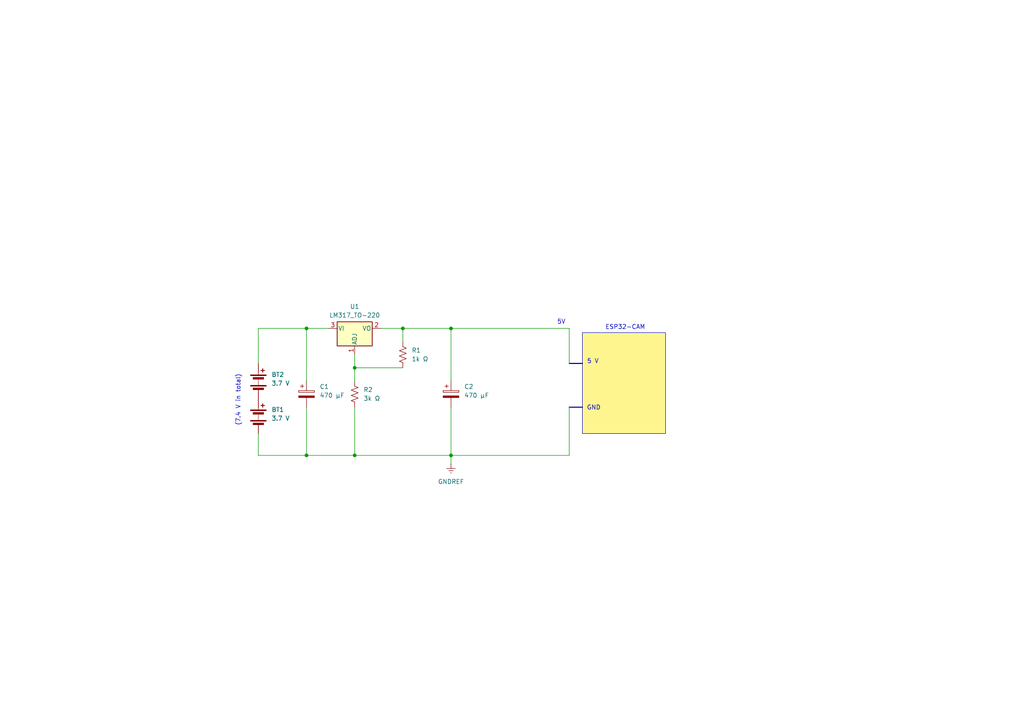
<source format=kicad_sch>
(kicad_sch
	(version 20231120)
	(generator "eeschema")
	(generator_version "8.0")
	(uuid "c9ef2315-24a8-4c50-bb7e-d1e70e5a9432")
	(paper "A4")
	(lib_symbols
		(symbol "Device:Battery"
			(pin_numbers hide)
			(pin_names
				(offset 0) hide)
			(exclude_from_sim no)
			(in_bom yes)
			(on_board yes)
			(property "Reference" "BT"
				(at 2.54 2.54 0)
				(effects
					(font
						(size 1.27 1.27)
					)
					(justify left)
				)
			)
			(property "Value" "Battery"
				(at 2.54 0 0)
				(effects
					(font
						(size 1.27 1.27)
					)
					(justify left)
				)
			)
			(property "Footprint" ""
				(at 0 1.524 90)
				(effects
					(font
						(size 1.27 1.27)
					)
					(hide yes)
				)
			)
			(property "Datasheet" "~"
				(at 0 1.524 90)
				(effects
					(font
						(size 1.27 1.27)
					)
					(hide yes)
				)
			)
			(property "Description" "Multiple-cell battery"
				(at 0 0 0)
				(effects
					(font
						(size 1.27 1.27)
					)
					(hide yes)
				)
			)
			(property "ki_keywords" "batt voltage-source cell"
				(at 0 0 0)
				(effects
					(font
						(size 1.27 1.27)
					)
					(hide yes)
				)
			)
			(symbol "Battery_0_1"
				(rectangle
					(start -2.286 -1.27)
					(end 2.286 -1.524)
					(stroke
						(width 0)
						(type default)
					)
					(fill
						(type outline)
					)
				)
				(rectangle
					(start -2.286 1.778)
					(end 2.286 1.524)
					(stroke
						(width 0)
						(type default)
					)
					(fill
						(type outline)
					)
				)
				(rectangle
					(start -1.524 -2.032)
					(end 1.524 -2.54)
					(stroke
						(width 0)
						(type default)
					)
					(fill
						(type outline)
					)
				)
				(rectangle
					(start -1.524 1.016)
					(end 1.524 0.508)
					(stroke
						(width 0)
						(type default)
					)
					(fill
						(type outline)
					)
				)
				(polyline
					(pts
						(xy 0 -1.016) (xy 0 -0.762)
					)
					(stroke
						(width 0)
						(type default)
					)
					(fill
						(type none)
					)
				)
				(polyline
					(pts
						(xy 0 -0.508) (xy 0 -0.254)
					)
					(stroke
						(width 0)
						(type default)
					)
					(fill
						(type none)
					)
				)
				(polyline
					(pts
						(xy 0 0) (xy 0 0.254)
					)
					(stroke
						(width 0)
						(type default)
					)
					(fill
						(type none)
					)
				)
				(polyline
					(pts
						(xy 0 1.778) (xy 0 2.54)
					)
					(stroke
						(width 0)
						(type default)
					)
					(fill
						(type none)
					)
				)
				(polyline
					(pts
						(xy 0.762 3.048) (xy 1.778 3.048)
					)
					(stroke
						(width 0.254)
						(type default)
					)
					(fill
						(type none)
					)
				)
				(polyline
					(pts
						(xy 1.27 3.556) (xy 1.27 2.54)
					)
					(stroke
						(width 0.254)
						(type default)
					)
					(fill
						(type none)
					)
				)
			)
			(symbol "Battery_1_1"
				(pin passive line
					(at 0 5.08 270)
					(length 2.54)
					(name "+"
						(effects
							(font
								(size 1.27 1.27)
							)
						)
					)
					(number "1"
						(effects
							(font
								(size 1.27 1.27)
							)
						)
					)
				)
				(pin passive line
					(at 0 -5.08 90)
					(length 2.54)
					(name "-"
						(effects
							(font
								(size 1.27 1.27)
							)
						)
					)
					(number "2"
						(effects
							(font
								(size 1.27 1.27)
							)
						)
					)
				)
			)
		)
		(symbol "Device:C_Polarized"
			(pin_numbers hide)
			(pin_names
				(offset 0.254)
			)
			(exclude_from_sim no)
			(in_bom yes)
			(on_board yes)
			(property "Reference" "C"
				(at 0.635 2.54 0)
				(effects
					(font
						(size 1.27 1.27)
					)
					(justify left)
				)
			)
			(property "Value" "C_Polarized"
				(at 0.635 -2.54 0)
				(effects
					(font
						(size 1.27 1.27)
					)
					(justify left)
				)
			)
			(property "Footprint" ""
				(at 0.9652 -3.81 0)
				(effects
					(font
						(size 1.27 1.27)
					)
					(hide yes)
				)
			)
			(property "Datasheet" "~"
				(at 0 0 0)
				(effects
					(font
						(size 1.27 1.27)
					)
					(hide yes)
				)
			)
			(property "Description" "Polarized capacitor"
				(at 0 0 0)
				(effects
					(font
						(size 1.27 1.27)
					)
					(hide yes)
				)
			)
			(property "ki_keywords" "cap capacitor"
				(at 0 0 0)
				(effects
					(font
						(size 1.27 1.27)
					)
					(hide yes)
				)
			)
			(property "ki_fp_filters" "CP_*"
				(at 0 0 0)
				(effects
					(font
						(size 1.27 1.27)
					)
					(hide yes)
				)
			)
			(symbol "C_Polarized_0_1"
				(rectangle
					(start -2.286 0.508)
					(end 2.286 1.016)
					(stroke
						(width 0)
						(type default)
					)
					(fill
						(type none)
					)
				)
				(polyline
					(pts
						(xy -1.778 2.286) (xy -0.762 2.286)
					)
					(stroke
						(width 0)
						(type default)
					)
					(fill
						(type none)
					)
				)
				(polyline
					(pts
						(xy -1.27 2.794) (xy -1.27 1.778)
					)
					(stroke
						(width 0)
						(type default)
					)
					(fill
						(type none)
					)
				)
				(rectangle
					(start 2.286 -0.508)
					(end -2.286 -1.016)
					(stroke
						(width 0)
						(type default)
					)
					(fill
						(type outline)
					)
				)
			)
			(symbol "C_Polarized_1_1"
				(pin passive line
					(at 0 3.81 270)
					(length 2.794)
					(name "~"
						(effects
							(font
								(size 1.27 1.27)
							)
						)
					)
					(number "1"
						(effects
							(font
								(size 1.27 1.27)
							)
						)
					)
				)
				(pin passive line
					(at 0 -3.81 90)
					(length 2.794)
					(name "~"
						(effects
							(font
								(size 1.27 1.27)
							)
						)
					)
					(number "2"
						(effects
							(font
								(size 1.27 1.27)
							)
						)
					)
				)
			)
		)
		(symbol "Device:R_US"
			(pin_numbers hide)
			(pin_names
				(offset 0)
			)
			(exclude_from_sim no)
			(in_bom yes)
			(on_board yes)
			(property "Reference" "R"
				(at 2.54 0 90)
				(effects
					(font
						(size 1.27 1.27)
					)
				)
			)
			(property "Value" "R_US"
				(at -2.54 0 90)
				(effects
					(font
						(size 1.27 1.27)
					)
				)
			)
			(property "Footprint" ""
				(at 1.016 -0.254 90)
				(effects
					(font
						(size 1.27 1.27)
					)
					(hide yes)
				)
			)
			(property "Datasheet" "~"
				(at 0 0 0)
				(effects
					(font
						(size 1.27 1.27)
					)
					(hide yes)
				)
			)
			(property "Description" "Resistor, US symbol"
				(at 0 0 0)
				(effects
					(font
						(size 1.27 1.27)
					)
					(hide yes)
				)
			)
			(property "ki_keywords" "R res resistor"
				(at 0 0 0)
				(effects
					(font
						(size 1.27 1.27)
					)
					(hide yes)
				)
			)
			(property "ki_fp_filters" "R_*"
				(at 0 0 0)
				(effects
					(font
						(size 1.27 1.27)
					)
					(hide yes)
				)
			)
			(symbol "R_US_0_1"
				(polyline
					(pts
						(xy 0 -2.286) (xy 0 -2.54)
					)
					(stroke
						(width 0)
						(type default)
					)
					(fill
						(type none)
					)
				)
				(polyline
					(pts
						(xy 0 2.286) (xy 0 2.54)
					)
					(stroke
						(width 0)
						(type default)
					)
					(fill
						(type none)
					)
				)
				(polyline
					(pts
						(xy 0 -0.762) (xy 1.016 -1.143) (xy 0 -1.524) (xy -1.016 -1.905) (xy 0 -2.286)
					)
					(stroke
						(width 0)
						(type default)
					)
					(fill
						(type none)
					)
				)
				(polyline
					(pts
						(xy 0 0.762) (xy 1.016 0.381) (xy 0 0) (xy -1.016 -0.381) (xy 0 -0.762)
					)
					(stroke
						(width 0)
						(type default)
					)
					(fill
						(type none)
					)
				)
				(polyline
					(pts
						(xy 0 2.286) (xy 1.016 1.905) (xy 0 1.524) (xy -1.016 1.143) (xy 0 0.762)
					)
					(stroke
						(width 0)
						(type default)
					)
					(fill
						(type none)
					)
				)
			)
			(symbol "R_US_1_1"
				(pin passive line
					(at 0 3.81 270)
					(length 1.27)
					(name "~"
						(effects
							(font
								(size 1.27 1.27)
							)
						)
					)
					(number "1"
						(effects
							(font
								(size 1.27 1.27)
							)
						)
					)
				)
				(pin passive line
					(at 0 -3.81 90)
					(length 1.27)
					(name "~"
						(effects
							(font
								(size 1.27 1.27)
							)
						)
					)
					(number "2"
						(effects
							(font
								(size 1.27 1.27)
							)
						)
					)
				)
			)
		)
		(symbol "Regulator_Linear:LM317_TO-220"
			(pin_names
				(offset 0.254)
			)
			(exclude_from_sim no)
			(in_bom yes)
			(on_board yes)
			(property "Reference" "U"
				(at -3.81 3.175 0)
				(effects
					(font
						(size 1.27 1.27)
					)
				)
			)
			(property "Value" "LM317_TO-220"
				(at 0 3.175 0)
				(effects
					(font
						(size 1.27 1.27)
					)
					(justify left)
				)
			)
			(property "Footprint" "Package_TO_SOT_THT:TO-220-3_Vertical"
				(at 0 6.35 0)
				(effects
					(font
						(size 1.27 1.27)
						(italic yes)
					)
					(hide yes)
				)
			)
			(property "Datasheet" "http://www.ti.com/lit/ds/symlink/lm317.pdf"
				(at 0 0 0)
				(effects
					(font
						(size 1.27 1.27)
					)
					(hide yes)
				)
			)
			(property "Description" "1.5A 35V Adjustable Linear Regulator, TO-220"
				(at 0 0 0)
				(effects
					(font
						(size 1.27 1.27)
					)
					(hide yes)
				)
			)
			(property "ki_keywords" "Adjustable Voltage Regulator 1A Positive"
				(at 0 0 0)
				(effects
					(font
						(size 1.27 1.27)
					)
					(hide yes)
				)
			)
			(property "ki_fp_filters" "TO?220*"
				(at 0 0 0)
				(effects
					(font
						(size 1.27 1.27)
					)
					(hide yes)
				)
			)
			(symbol "LM317_TO-220_0_1"
				(rectangle
					(start -5.08 1.905)
					(end 5.08 -5.08)
					(stroke
						(width 0.254)
						(type default)
					)
					(fill
						(type background)
					)
				)
			)
			(symbol "LM317_TO-220_1_1"
				(pin input line
					(at 0 -7.62 90)
					(length 2.54)
					(name "ADJ"
						(effects
							(font
								(size 1.27 1.27)
							)
						)
					)
					(number "1"
						(effects
							(font
								(size 1.27 1.27)
							)
						)
					)
				)
				(pin power_out line
					(at 7.62 0 180)
					(length 2.54)
					(name "VO"
						(effects
							(font
								(size 1.27 1.27)
							)
						)
					)
					(number "2"
						(effects
							(font
								(size 1.27 1.27)
							)
						)
					)
				)
				(pin power_in line
					(at -7.62 0 0)
					(length 2.54)
					(name "VI"
						(effects
							(font
								(size 1.27 1.27)
							)
						)
					)
					(number "3"
						(effects
							(font
								(size 1.27 1.27)
							)
						)
					)
				)
			)
		)
		(symbol "power:GNDREF"
			(power)
			(pin_numbers hide)
			(pin_names
				(offset 0) hide)
			(exclude_from_sim no)
			(in_bom yes)
			(on_board yes)
			(property "Reference" "#PWR"
				(at 0 -6.35 0)
				(effects
					(font
						(size 1.27 1.27)
					)
					(hide yes)
				)
			)
			(property "Value" "GNDREF"
				(at 0 -3.81 0)
				(effects
					(font
						(size 1.27 1.27)
					)
				)
			)
			(property "Footprint" ""
				(at 0 0 0)
				(effects
					(font
						(size 1.27 1.27)
					)
					(hide yes)
				)
			)
			(property "Datasheet" ""
				(at 0 0 0)
				(effects
					(font
						(size 1.27 1.27)
					)
					(hide yes)
				)
			)
			(property "Description" "Power symbol creates a global label with name \"GNDREF\" , reference supply ground"
				(at 0 0 0)
				(effects
					(font
						(size 1.27 1.27)
					)
					(hide yes)
				)
			)
			(property "ki_keywords" "global power"
				(at 0 0 0)
				(effects
					(font
						(size 1.27 1.27)
					)
					(hide yes)
				)
			)
			(symbol "GNDREF_0_1"
				(polyline
					(pts
						(xy -0.635 -1.905) (xy 0.635 -1.905)
					)
					(stroke
						(width 0)
						(type default)
					)
					(fill
						(type none)
					)
				)
				(polyline
					(pts
						(xy -0.127 -2.54) (xy 0.127 -2.54)
					)
					(stroke
						(width 0)
						(type default)
					)
					(fill
						(type none)
					)
				)
				(polyline
					(pts
						(xy 0 -1.27) (xy 0 0)
					)
					(stroke
						(width 0)
						(type default)
					)
					(fill
						(type none)
					)
				)
				(polyline
					(pts
						(xy 1.27 -1.27) (xy -1.27 -1.27)
					)
					(stroke
						(width 0)
						(type default)
					)
					(fill
						(type none)
					)
				)
			)
			(symbol "GNDREF_1_1"
				(pin power_in line
					(at 0 0 270)
					(length 0)
					(name "~"
						(effects
							(font
								(size 1.27 1.27)
							)
						)
					)
					(number "1"
						(effects
							(font
								(size 1.27 1.27)
							)
						)
					)
				)
			)
		)
	)
	(junction
		(at 88.9 95.25)
		(diameter 0)
		(color 0 0 0 0)
		(uuid "0653757c-3257-4190-93d3-3346ba55e2a5")
	)
	(junction
		(at 130.81 95.25)
		(diameter 0)
		(color 0 0 0 0)
		(uuid "41a6dbde-9389-48bd-adbf-6f4ab139525c")
	)
	(junction
		(at 88.9 132.08)
		(diameter 0)
		(color 0 0 0 0)
		(uuid "5fccc811-d347-4f75-b58f-1646aa15f4f6")
	)
	(junction
		(at 102.87 132.08)
		(diameter 0)
		(color 0 0 0 0)
		(uuid "9883df24-361f-4234-8f7a-12c95baee454")
	)
	(junction
		(at 116.84 95.25)
		(diameter 0)
		(color 0 0 0 0)
		(uuid "b9a2b7df-98fd-42ab-ac0b-6bf179e66a4e")
	)
	(junction
		(at 102.87 106.68)
		(diameter 0)
		(color 0 0 0 0)
		(uuid "bc7acf46-adc2-43e5-a6c8-71856b44f678")
	)
	(junction
		(at 130.81 132.08)
		(diameter 0)
		(color 0 0 0 0)
		(uuid "ee3497cd-fcb9-4f78-a1b1-8cf4504403a3")
	)
	(wire
		(pts
			(xy 102.87 118.11) (xy 102.87 132.08)
		)
		(stroke
			(width 0)
			(type default)
		)
		(uuid "142353e9-2898-4aab-8901-d13e0bcb1504")
	)
	(wire
		(pts
			(xy 110.49 95.25) (xy 116.84 95.25)
		)
		(stroke
			(width 0)
			(type default)
		)
		(uuid "2273427f-b29c-472f-b39b-59f09fbcd590")
	)
	(wire
		(pts
			(xy 165.1 118.11) (xy 165.1 132.08)
		)
		(stroke
			(width 0)
			(type default)
		)
		(uuid "30c19b4e-ddd2-45f4-9290-2f4d0d91f12a")
	)
	(wire
		(pts
			(xy 74.93 125.73) (xy 74.93 132.08)
		)
		(stroke
			(width 0)
			(type default)
		)
		(uuid "310ad29e-4da7-44f2-83fe-a0abae2da0f7")
	)
	(wire
		(pts
			(xy 165.1 95.25) (xy 130.81 95.25)
		)
		(stroke
			(width 0)
			(type default)
		)
		(uuid "4328bbc5-4bb7-4fd5-b466-e5b993b7e818")
	)
	(wire
		(pts
			(xy 88.9 95.25) (xy 88.9 110.49)
		)
		(stroke
			(width 0)
			(type default)
		)
		(uuid "483928ab-d4a5-43e8-b48d-416a75dca91e")
	)
	(wire
		(pts
			(xy 74.93 105.41) (xy 74.93 95.25)
		)
		(stroke
			(width 0)
			(type default)
		)
		(uuid "4a5e6cac-06c3-4a78-bb31-b9148bb6afe7")
	)
	(bus
		(pts
			(xy 165.1 118.11) (xy 168.91 118.11)
		)
		(stroke
			(width 0)
			(type default)
		)
		(uuid "4d5c408e-24f7-40aa-8041-48b4fc6a5ee0")
	)
	(wire
		(pts
			(xy 102.87 106.68) (xy 116.84 106.68)
		)
		(stroke
			(width 0)
			(type default)
		)
		(uuid "50e29ef5-4965-4acb-8a7a-d2497e80c1a2")
	)
	(wire
		(pts
			(xy 165.1 132.08) (xy 130.81 132.08)
		)
		(stroke
			(width 0)
			(type default)
		)
		(uuid "57f717b4-8942-42a4-a8ec-5e150db63c39")
	)
	(wire
		(pts
			(xy 74.93 132.08) (xy 88.9 132.08)
		)
		(stroke
			(width 0)
			(type default)
		)
		(uuid "5954a242-420b-4b72-bc18-9489f06e7e3a")
	)
	(wire
		(pts
			(xy 102.87 132.08) (xy 88.9 132.08)
		)
		(stroke
			(width 0)
			(type default)
		)
		(uuid "655fb832-603c-41d7-ab46-25eb6d40d56d")
	)
	(wire
		(pts
			(xy 74.93 95.25) (xy 88.9 95.25)
		)
		(stroke
			(width 0)
			(type default)
		)
		(uuid "6b3a7ee8-1cbc-4427-b642-3684c0e5e2da")
	)
	(wire
		(pts
			(xy 130.81 132.08) (xy 130.81 134.62)
		)
		(stroke
			(width 0)
			(type default)
		)
		(uuid "806bec3b-c843-462e-b8ae-019335afecea")
	)
	(wire
		(pts
			(xy 116.84 95.25) (xy 116.84 99.06)
		)
		(stroke
			(width 0)
			(type default)
		)
		(uuid "819fc224-7fd0-4e25-b2df-851c2305998c")
	)
	(wire
		(pts
			(xy 102.87 102.87) (xy 102.87 106.68)
		)
		(stroke
			(width 0)
			(type default)
		)
		(uuid "846cb372-03cf-4cc6-b1c1-fd65a07f4e78")
	)
	(wire
		(pts
			(xy 88.9 132.08) (xy 88.9 118.11)
		)
		(stroke
			(width 0)
			(type default)
		)
		(uuid "a541cccc-19cb-4537-a7cb-25c3b9f920f3")
	)
	(wire
		(pts
			(xy 88.9 95.25) (xy 95.25 95.25)
		)
		(stroke
			(width 0)
			(type default)
		)
		(uuid "b0eb4ec9-bc5c-46b3-8164-67d1f1fdbf97")
	)
	(bus
		(pts
			(xy 165.1 105.41) (xy 168.91 105.41)
		)
		(stroke
			(width 0)
			(type default)
		)
		(uuid "b2981918-ccfd-4bd9-8605-00798bc02f89")
	)
	(wire
		(pts
			(xy 130.81 118.11) (xy 130.81 132.08)
		)
		(stroke
			(width 0)
			(type default)
		)
		(uuid "ba02b814-c091-4662-bac6-cdb3b03c9c6c")
	)
	(wire
		(pts
			(xy 116.84 95.25) (xy 130.81 95.25)
		)
		(stroke
			(width 0)
			(type default)
		)
		(uuid "bba7f868-73f6-4553-b11b-aa33b938b241")
	)
	(wire
		(pts
			(xy 130.81 95.25) (xy 130.81 110.49)
		)
		(stroke
			(width 0)
			(type default)
		)
		(uuid "c629370e-18fa-4a55-b38e-887cb5bd3536")
	)
	(wire
		(pts
			(xy 130.81 132.08) (xy 102.87 132.08)
		)
		(stroke
			(width 0)
			(type default)
		)
		(uuid "ca1411bd-5618-4580-af27-c30110aeb821")
	)
	(wire
		(pts
			(xy 102.87 106.68) (xy 102.87 110.49)
		)
		(stroke
			(width 0)
			(type default)
		)
		(uuid "efef301d-1b05-4784-ad4b-5588bcd923b6")
	)
	(wire
		(pts
			(xy 165.1 105.41) (xy 165.1 95.25)
		)
		(stroke
			(width 0)
			(type default)
		)
		(uuid "fef2e843-f586-4091-86b5-7d0cd1e4c52e")
	)
	(rectangle
		(start 168.91 96.52)
		(end 193.04 125.73)
		(stroke
			(width 0)
			(type default)
		)
		(fill
			(type color)
			(color 255 245 143 1)
		)
		(uuid d8fe135c-2d26-4602-b35d-8dcaed2b8938)
	)
	(text "ESP32-CAM"
		(exclude_from_sim no)
		(at 181.356 94.996 0)
		(effects
			(font
				(size 1.27 1.27)
			)
		)
		(uuid "08ba6f50-ae11-417e-807a-f56da8ae3dbe")
	)
	(text "5V"
		(exclude_from_sim no)
		(at 162.814 93.472 0)
		(effects
			(font
				(size 1.27 1.27)
			)
		)
		(uuid "24bdaed6-c697-433c-a54f-97789d943229")
	)
	(text "GND"
		(exclude_from_sim no)
		(at 172.212 118.364 0)
		(effects
			(font
				(size 1.27 1.27)
			)
		)
		(uuid "38890fc2-8820-434a-a337-7b85e74175f6")
	)
	(text "(7.4 V in total)"
		(exclude_from_sim no)
		(at 69.088 116.078 90)
		(effects
			(font
				(size 1.27 1.27)
			)
		)
		(uuid "5cbc837c-a45e-4910-bb1d-10821541cfad")
	)
	(text "5 V"
		(exclude_from_sim no)
		(at 171.958 104.902 0)
		(effects
			(font
				(size 1.27 1.27)
			)
		)
		(uuid "d5c1ba2b-f0bd-4501-87f5-611fdb59ba43")
	)
	(symbol
		(lib_id "Regulator_Linear:LM317_TO-220")
		(at 102.87 95.25 0)
		(unit 1)
		(exclude_from_sim no)
		(in_bom yes)
		(on_board yes)
		(dnp no)
		(fields_autoplaced yes)
		(uuid "1d562315-6a52-4105-868e-57632aef53e7")
		(property "Reference" "U1"
			(at 102.87 88.9 0)
			(effects
				(font
					(size 1.27 1.27)
				)
			)
		)
		(property "Value" "LM317_TO-220"
			(at 102.87 91.44 0)
			(effects
				(font
					(size 1.27 1.27)
				)
			)
		)
		(property "Footprint" "Package_TO_SOT_THT:TO-220-3_Vertical"
			(at 102.87 88.9 0)
			(effects
				(font
					(size 1.27 1.27)
					(italic yes)
				)
				(hide yes)
			)
		)
		(property "Datasheet" "http://www.ti.com/lit/ds/symlink/lm317.pdf"
			(at 102.87 95.25 0)
			(effects
				(font
					(size 1.27 1.27)
				)
				(hide yes)
			)
		)
		(property "Description" "1.5A 35V Adjustable Linear Regulator, TO-220"
			(at 102.87 95.25 0)
			(effects
				(font
					(size 1.27 1.27)
				)
				(hide yes)
			)
		)
		(pin "2"
			(uuid "e118ae6a-11a4-4b14-ac4f-49ae9c036782")
		)
		(pin "1"
			(uuid "6a7b5dcc-c7f9-4fd6-a880-0a49d2dffe54")
		)
		(pin "3"
			(uuid "e5ca9be8-d08d-4562-8e90-0f8d75db02db")
		)
		(instances
			(project ""
				(path "/c9ef2315-24a8-4c50-bb7e-d1e70e5a9432"
					(reference "U1")
					(unit 1)
				)
			)
		)
	)
	(symbol
		(lib_id "Device:C_Polarized")
		(at 88.9 114.3 0)
		(unit 1)
		(exclude_from_sim no)
		(in_bom yes)
		(on_board yes)
		(dnp no)
		(fields_autoplaced yes)
		(uuid "2b61a09a-ce76-4f24-b959-a0988425fc1e")
		(property "Reference" "C1"
			(at 92.71 112.1409 0)
			(effects
				(font
					(size 1.27 1.27)
				)
				(justify left)
			)
		)
		(property "Value" "470 µF"
			(at 92.71 114.6809 0)
			(effects
				(font
					(size 1.27 1.27)
				)
				(justify left)
			)
		)
		(property "Footprint" ""
			(at 89.8652 118.11 0)
			(effects
				(font
					(size 1.27 1.27)
				)
				(hide yes)
			)
		)
		(property "Datasheet" "~"
			(at 88.9 114.3 0)
			(effects
				(font
					(size 1.27 1.27)
				)
				(hide yes)
			)
		)
		(property "Description" "Polarized capacitor"
			(at 88.9 114.3 0)
			(effects
				(font
					(size 1.27 1.27)
				)
				(hide yes)
			)
		)
		(pin "1"
			(uuid "a10e8b31-63be-425a-a7ca-a41df2e0b917")
		)
		(pin "2"
			(uuid "3aa6d4d5-942f-40cc-9091-dd50297f5988")
		)
		(instances
			(project ""
				(path "/c9ef2315-24a8-4c50-bb7e-d1e70e5a9432"
					(reference "C1")
					(unit 1)
				)
			)
		)
	)
	(symbol
		(lib_id "Device:R_US")
		(at 116.84 102.87 0)
		(unit 1)
		(exclude_from_sim no)
		(in_bom yes)
		(on_board yes)
		(dnp no)
		(fields_autoplaced yes)
		(uuid "2bdbd4cb-84bc-41dc-b550-19496d8e8ea7")
		(property "Reference" "R1"
			(at 119.38 101.5999 0)
			(effects
				(font
					(size 1.27 1.27)
				)
				(justify left)
			)
		)
		(property "Value" "1k Ω"
			(at 119.38 104.1399 0)
			(effects
				(font
					(size 1.27 1.27)
				)
				(justify left)
			)
		)
		(property "Footprint" ""
			(at 117.856 103.124 90)
			(effects
				(font
					(size 1.27 1.27)
				)
				(hide yes)
			)
		)
		(property "Datasheet" "~"
			(at 116.84 102.87 0)
			(effects
				(font
					(size 1.27 1.27)
				)
				(hide yes)
			)
		)
		(property "Description" "Resistor, US symbol"
			(at 116.84 102.87 0)
			(effects
				(font
					(size 1.27 1.27)
				)
				(hide yes)
			)
		)
		(pin "2"
			(uuid "c6bc3ad3-391f-48da-bf6b-3a8c73e320d4")
		)
		(pin "1"
			(uuid "bcf9e594-5bef-4ed9-ab8a-34c9d54a060a")
		)
		(instances
			(project ""
				(path "/c9ef2315-24a8-4c50-bb7e-d1e70e5a9432"
					(reference "R1")
					(unit 1)
				)
			)
		)
	)
	(symbol
		(lib_id "Device:Battery")
		(at 74.93 120.65 0)
		(unit 1)
		(exclude_from_sim no)
		(in_bom yes)
		(on_board yes)
		(dnp no)
		(fields_autoplaced yes)
		(uuid "3645a54c-095e-498e-b7e8-d688afeb91ec")
		(property "Reference" "BT1"
			(at 78.74 118.8084 0)
			(effects
				(font
					(size 1.27 1.27)
				)
				(justify left)
			)
		)
		(property "Value" "3.7 V"
			(at 78.74 121.3484 0)
			(effects
				(font
					(size 1.27 1.27)
				)
				(justify left)
			)
		)
		(property "Footprint" ""
			(at 74.93 119.126 90)
			(effects
				(font
					(size 1.27 1.27)
				)
				(hide yes)
			)
		)
		(property "Datasheet" "~"
			(at 74.93 119.126 90)
			(effects
				(font
					(size 1.27 1.27)
				)
				(hide yes)
			)
		)
		(property "Description" "Multiple-cell battery"
			(at 74.93 120.65 0)
			(effects
				(font
					(size 1.27 1.27)
				)
				(hide yes)
			)
		)
		(pin "2"
			(uuid "89445b71-e1ba-4785-874c-d04d5d680902")
		)
		(pin "1"
			(uuid "26b930f4-636c-48d1-87fd-f9bccc2d41f0")
		)
		(instances
			(project ""
				(path "/c9ef2315-24a8-4c50-bb7e-d1e70e5a9432"
					(reference "BT1")
					(unit 1)
				)
			)
		)
	)
	(symbol
		(lib_id "Device:Battery")
		(at 74.93 110.49 0)
		(unit 1)
		(exclude_from_sim no)
		(in_bom yes)
		(on_board yes)
		(dnp no)
		(fields_autoplaced yes)
		(uuid "4a8a19e0-93e0-48d7-b1f7-eafd1a788a3a")
		(property "Reference" "BT2"
			(at 78.74 108.6484 0)
			(effects
				(font
					(size 1.27 1.27)
				)
				(justify left)
			)
		)
		(property "Value" "3.7 V"
			(at 78.74 111.1884 0)
			(effects
				(font
					(size 1.27 1.27)
				)
				(justify left)
			)
		)
		(property "Footprint" ""
			(at 74.93 108.966 90)
			(effects
				(font
					(size 1.27 1.27)
				)
				(hide yes)
			)
		)
		(property "Datasheet" "~"
			(at 74.93 108.966 90)
			(effects
				(font
					(size 1.27 1.27)
				)
				(hide yes)
			)
		)
		(property "Description" "Multiple-cell battery"
			(at 74.93 110.49 0)
			(effects
				(font
					(size 1.27 1.27)
				)
				(hide yes)
			)
		)
		(pin "1"
			(uuid "c30159aa-0188-4a8f-afe0-c1923a2e7ed3")
		)
		(pin "2"
			(uuid "bcd0d927-7779-4ee6-8ad7-153afc94beec")
		)
		(instances
			(project ""
				(path "/c9ef2315-24a8-4c50-bb7e-d1e70e5a9432"
					(reference "BT2")
					(unit 1)
				)
			)
		)
	)
	(symbol
		(lib_id "power:GNDREF")
		(at 130.81 134.62 0)
		(unit 1)
		(exclude_from_sim no)
		(in_bom yes)
		(on_board yes)
		(dnp no)
		(fields_autoplaced yes)
		(uuid "ae46d6d4-570b-4104-bd32-34bd149c8bd1")
		(property "Reference" "#PWR01"
			(at 130.81 140.97 0)
			(effects
				(font
					(size 1.27 1.27)
				)
				(hide yes)
			)
		)
		(property "Value" "GNDREF"
			(at 130.81 139.7 0)
			(effects
				(font
					(size 1.27 1.27)
				)
			)
		)
		(property "Footprint" ""
			(at 130.81 134.62 0)
			(effects
				(font
					(size 1.27 1.27)
				)
				(hide yes)
			)
		)
		(property "Datasheet" ""
			(at 130.81 134.62 0)
			(effects
				(font
					(size 1.27 1.27)
				)
				(hide yes)
			)
		)
		(property "Description" "Power symbol creates a global label with name \"GNDREF\" , reference supply ground"
			(at 130.81 134.62 0)
			(effects
				(font
					(size 1.27 1.27)
				)
				(hide yes)
			)
		)
		(pin "1"
			(uuid "d9ad1961-c603-4195-b15d-6786cef46357")
		)
		(instances
			(project ""
				(path "/c9ef2315-24a8-4c50-bb7e-d1e70e5a9432"
					(reference "#PWR01")
					(unit 1)
				)
			)
		)
	)
	(symbol
		(lib_id "Device:R_US")
		(at 102.87 114.3 0)
		(unit 1)
		(exclude_from_sim no)
		(in_bom yes)
		(on_board yes)
		(dnp no)
		(fields_autoplaced yes)
		(uuid "fadfd3cc-5e23-4c9c-96d5-03a833eaef35")
		(property "Reference" "R2"
			(at 105.41 113.0299 0)
			(effects
				(font
					(size 1.27 1.27)
				)
				(justify left)
			)
		)
		(property "Value" "3k Ω"
			(at 105.41 115.5699 0)
			(effects
				(font
					(size 1.27 1.27)
				)
				(justify left)
			)
		)
		(property "Footprint" ""
			(at 103.886 114.554 90)
			(effects
				(font
					(size 1.27 1.27)
				)
				(hide yes)
			)
		)
		(property "Datasheet" "~"
			(at 102.87 114.3 0)
			(effects
				(font
					(size 1.27 1.27)
				)
				(hide yes)
			)
		)
		(property "Description" "Resistor, US symbol"
			(at 102.87 114.3 0)
			(effects
				(font
					(size 1.27 1.27)
				)
				(hide yes)
			)
		)
		(pin "2"
			(uuid "a373cff4-cc05-455b-aa8a-7505564d75ec")
		)
		(pin "1"
			(uuid "4fec2664-c8fa-4b38-939b-5d09b1a5bdbc")
		)
		(instances
			(project "DJ_QP_Camera"
				(path "/c9ef2315-24a8-4c50-bb7e-d1e70e5a9432"
					(reference "R2")
					(unit 1)
				)
			)
		)
	)
	(symbol
		(lib_id "Device:C_Polarized")
		(at 130.81 114.3 0)
		(unit 1)
		(exclude_from_sim no)
		(in_bom yes)
		(on_board yes)
		(dnp no)
		(fields_autoplaced yes)
		(uuid "ff2528a5-8d7a-4c81-b1e7-b114096332e8")
		(property "Reference" "C2"
			(at 134.62 112.1409 0)
			(effects
				(font
					(size 1.27 1.27)
				)
				(justify left)
			)
		)
		(property "Value" "470 µF"
			(at 134.62 114.6809 0)
			(effects
				(font
					(size 1.27 1.27)
				)
				(justify left)
			)
		)
		(property "Footprint" ""
			(at 131.7752 118.11 0)
			(effects
				(font
					(size 1.27 1.27)
				)
				(hide yes)
			)
		)
		(property "Datasheet" "~"
			(at 130.81 114.3 0)
			(effects
				(font
					(size 1.27 1.27)
				)
				(hide yes)
			)
		)
		(property "Description" "Polarized capacitor"
			(at 130.81 114.3 0)
			(effects
				(font
					(size 1.27 1.27)
				)
				(hide yes)
			)
		)
		(pin "1"
			(uuid "10644192-5dce-4674-8279-6ac2a517cd70")
		)
		(pin "2"
			(uuid "062907a4-4ec0-4bb5-959b-f308e9b72bd4")
		)
		(instances
			(project "DJ_QP_Camera"
				(path "/c9ef2315-24a8-4c50-bb7e-d1e70e5a9432"
					(reference "C2")
					(unit 1)
				)
			)
		)
	)
	(sheet_instances
		(path "/"
			(page "1")
		)
	)
)

</source>
